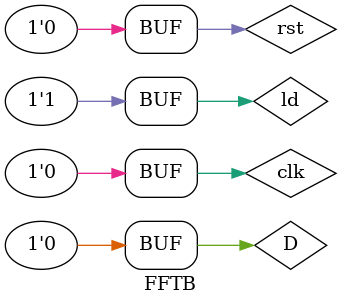
<source format=v>
module FlipFlop(
	input D, clk, rst, ld,
	output reg Q
);
	always @(posedge clk, posedge rst) begin
		if(rst)
			Q <= 1'b0;
		else if(ld)
			Q <= D; 
	end 
endmodule

module FFTB();
	reg D, ld;
	reg clk, rst;
	wire Q;
	FlipFlop f1(D, clk, rst, ld, Q);

	initial begin
		clk=0;
	    repeat (10)
	    #200 clk=~clk;
	end

	initial begin
	   rst = 1; 
	   #400;
	   rst = 0;
	   ld = 1;
	   D = 1'b1;
	   #400;
	   ld = 0;
	   D = 1'b0;
	   #400;
	   ld = 1;
	   D = 1'b0;
	   #400;
	end
endmodule
</source>
